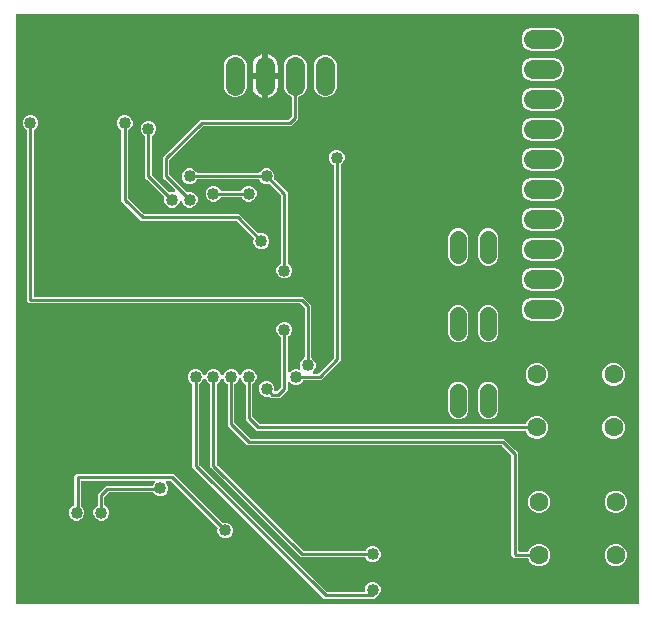
<source format=gbl>
G04 EAGLE Gerber RS-274X export*
G75*
%MOIN*%
%FSLAX36Y36*%
%LPD*%
%INBottom Copper Layer*%
%IPPOS*%
%AMOC8*
5,1,8,0,0,1.08239X$1,22.5*%
G01*
%ADD10C,0.064000*%
%ADD11C,0.062976*%
%ADD12C,0.056000*%
%ADD13C,0.040000*%
%ADD14C,0.010000*%

G36*
X2083102Y10059D02*
X2083102Y10059D01*
X2083569Y10088D01*
X2083721Y10137D01*
X2083880Y10157D01*
X2084315Y10329D01*
X2084761Y10474D01*
X2084896Y10559D01*
X2085045Y10618D01*
X2085423Y10892D01*
X2085819Y11143D01*
X2085929Y11260D01*
X2086058Y11354D01*
X2086357Y11714D01*
X2086678Y12055D01*
X2086755Y12195D01*
X2086857Y12318D01*
X2087056Y12742D01*
X2087283Y13151D01*
X2087323Y13306D01*
X2087391Y13451D01*
X2087479Y13910D01*
X2087596Y14364D01*
X2087612Y14602D01*
X2087627Y14681D01*
X2087622Y14762D01*
X2087637Y15000D01*
X2087637Y1972008D01*
X2087578Y1972472D01*
X2087550Y1972939D01*
X2087500Y1973092D01*
X2087480Y1973250D01*
X2087308Y1973685D01*
X2087164Y1974131D01*
X2087078Y1974266D01*
X2087019Y1974415D01*
X2086745Y1974793D01*
X2086494Y1975189D01*
X2086378Y1975299D01*
X2086284Y1975428D01*
X2085924Y1975727D01*
X2085583Y1976048D01*
X2085443Y1976125D01*
X2085319Y1976227D01*
X2084896Y1976427D01*
X2084486Y1976653D01*
X2084331Y1976693D01*
X2084187Y1976761D01*
X2083728Y1976849D01*
X2083274Y1976967D01*
X2083036Y1976982D01*
X2082957Y1976997D01*
X2082876Y1976992D01*
X2082638Y1977007D01*
X15000Y1977007D01*
X14536Y1976949D01*
X14069Y1976920D01*
X13916Y1976870D01*
X13757Y1976850D01*
X13323Y1976678D01*
X12877Y1976534D01*
X12742Y1976448D01*
X12593Y1976390D01*
X12215Y1976115D01*
X11819Y1975865D01*
X11709Y1975748D01*
X11579Y1975654D01*
X11281Y1975294D01*
X10960Y1974953D01*
X10883Y1974813D01*
X10781Y1974689D01*
X10581Y1974266D01*
X10355Y1973856D01*
X10315Y1973701D01*
X10247Y1973557D01*
X10159Y1973098D01*
X10041Y1972644D01*
X10026Y1972406D01*
X10011Y1972327D01*
X10016Y1972246D01*
X10001Y1972008D01*
X10001Y15000D01*
X10059Y14536D01*
X10088Y14069D01*
X10137Y13916D01*
X10157Y13757D01*
X10329Y13323D01*
X10474Y12877D01*
X10559Y12742D01*
X10618Y12593D01*
X10892Y12215D01*
X11143Y11819D01*
X11260Y11709D01*
X11354Y11579D01*
X11714Y11281D01*
X12055Y10960D01*
X12195Y10883D01*
X12318Y10781D01*
X12742Y10581D01*
X13151Y10355D01*
X13306Y10315D01*
X13451Y10247D01*
X13910Y10159D01*
X14364Y10041D01*
X14602Y10026D01*
X14681Y10011D01*
X14762Y10016D01*
X15000Y10001D01*
X2082638Y10001D01*
X2083102Y10059D01*
G37*
%LPC*%
G36*
X1038750Y28369D02*
X1038750Y28369D01*
X599235Y467884D01*
X599235Y740790D01*
X599221Y740904D01*
X599230Y741019D01*
X599143Y741524D01*
X599079Y742032D01*
X599036Y742139D01*
X599017Y742253D01*
X598806Y742722D01*
X598618Y743197D01*
X598550Y743290D01*
X598503Y743395D01*
X598183Y743796D01*
X597882Y744210D01*
X597793Y744284D01*
X597721Y744374D01*
X597313Y744682D01*
X596918Y745009D01*
X596813Y745058D01*
X596721Y745128D01*
X596149Y745409D01*
X595508Y745674D01*
X588194Y752988D01*
X584235Y762545D01*
X584235Y772888D01*
X588194Y782445D01*
X595508Y789759D01*
X605064Y793717D01*
X615408Y793717D01*
X624964Y789759D01*
X632278Y782445D01*
X635145Y775524D01*
X635416Y775049D01*
X635672Y774565D01*
X635725Y774506D01*
X635765Y774436D01*
X636147Y774042D01*
X636514Y773638D01*
X636581Y773594D01*
X636637Y773537D01*
X637104Y773250D01*
X637560Y772950D01*
X637636Y772924D01*
X637704Y772882D01*
X638228Y772720D01*
X638744Y772543D01*
X638824Y772537D01*
X638901Y772513D01*
X639447Y772487D01*
X639993Y772443D01*
X640072Y772457D01*
X640152Y772453D01*
X640687Y772563D01*
X641227Y772657D01*
X641300Y772690D01*
X641378Y772706D01*
X641871Y772947D01*
X642369Y773171D01*
X642431Y773220D01*
X642504Y773256D01*
X642920Y773610D01*
X643348Y773952D01*
X643396Y774016D01*
X643457Y774068D01*
X643771Y774513D01*
X644101Y774952D01*
X644151Y775052D01*
X644178Y775092D01*
X644207Y775167D01*
X644382Y775524D01*
X647249Y782445D01*
X654563Y789759D01*
X664119Y793717D01*
X674463Y793717D01*
X684019Y789759D01*
X691334Y782445D01*
X694200Y775524D01*
X694471Y775049D01*
X694727Y774565D01*
X694781Y774506D01*
X694820Y774436D01*
X695202Y774042D01*
X695569Y773638D01*
X695636Y773594D01*
X695692Y773537D01*
X696159Y773250D01*
X696615Y772950D01*
X696691Y772924D01*
X696759Y772882D01*
X697283Y772720D01*
X697799Y772543D01*
X697879Y772537D01*
X697956Y772513D01*
X698503Y772487D01*
X699048Y772443D01*
X699127Y772457D01*
X699207Y772453D01*
X699742Y772563D01*
X700282Y772657D01*
X700355Y772690D01*
X700433Y772706D01*
X700926Y772947D01*
X701424Y773171D01*
X701486Y773220D01*
X701559Y773256D01*
X701975Y773610D01*
X702403Y773952D01*
X702451Y774016D01*
X702512Y774068D01*
X702826Y774513D01*
X703156Y774952D01*
X703206Y775052D01*
X703234Y775092D01*
X703262Y775167D01*
X703438Y775524D01*
X706304Y782445D01*
X713618Y789759D01*
X723175Y793717D01*
X733518Y793717D01*
X743074Y789759D01*
X750389Y782445D01*
X753255Y775524D01*
X753525Y775051D01*
X753782Y774565D01*
X753836Y774506D01*
X753876Y774436D01*
X754256Y774044D01*
X754624Y773638D01*
X754691Y773594D01*
X754747Y773537D01*
X755215Y773250D01*
X755670Y772950D01*
X755746Y772924D01*
X755815Y772882D01*
X756338Y772720D01*
X756855Y772543D01*
X756935Y772537D01*
X757011Y772513D01*
X757558Y772487D01*
X758103Y772443D01*
X758182Y772457D01*
X758262Y772453D01*
X758798Y772563D01*
X759337Y772657D01*
X759410Y772690D01*
X759489Y772706D01*
X759980Y772946D01*
X760479Y773171D01*
X760542Y773221D01*
X760614Y773256D01*
X761031Y773611D01*
X761458Y773952D01*
X761506Y774016D01*
X761567Y774068D01*
X761883Y774516D01*
X762212Y774952D01*
X762261Y775052D01*
X762289Y775092D01*
X762318Y775168D01*
X762493Y775524D01*
X765359Y782445D01*
X772673Y789759D01*
X782230Y793717D01*
X792573Y793717D01*
X802130Y789759D01*
X809444Y782445D01*
X813402Y772888D01*
X813402Y762545D01*
X809444Y752988D01*
X802130Y745674D01*
X801489Y745409D01*
X801388Y745352D01*
X801279Y745316D01*
X800845Y745042D01*
X800401Y744788D01*
X800318Y744708D01*
X800220Y744647D01*
X799869Y744273D01*
X799501Y743917D01*
X799441Y743819D01*
X799362Y743735D01*
X799114Y743287D01*
X798846Y742850D01*
X798812Y742739D01*
X798757Y742638D01*
X798628Y742142D01*
X798477Y741653D01*
X798472Y741538D01*
X798443Y741426D01*
X798402Y740790D01*
X798402Y636549D01*
X798451Y636163D01*
X798462Y635774D01*
X798529Y635544D01*
X798559Y635306D01*
X798702Y634945D01*
X798810Y634571D01*
X798932Y634365D01*
X799020Y634142D01*
X799248Y633827D01*
X799445Y633492D01*
X799708Y633194D01*
X799756Y633128D01*
X799793Y633097D01*
X799866Y633014D01*
X821203Y611677D01*
X821510Y611439D01*
X821793Y611173D01*
X822002Y611057D01*
X822192Y610910D01*
X822549Y610755D01*
X822889Y610568D01*
X823121Y610508D01*
X823341Y610412D01*
X823725Y610351D01*
X824101Y610254D01*
X824498Y610228D01*
X824578Y610216D01*
X824626Y610220D01*
X824738Y610213D01*
X1707883Y610213D01*
X1707997Y610228D01*
X1708112Y610219D01*
X1708616Y610306D01*
X1709125Y610370D01*
X1709232Y610412D01*
X1709346Y610432D01*
X1709813Y610642D01*
X1710290Y610831D01*
X1710383Y610899D01*
X1710488Y610946D01*
X1710888Y611265D01*
X1711303Y611567D01*
X1711377Y611655D01*
X1711467Y611727D01*
X1711775Y612136D01*
X1712102Y612531D01*
X1712151Y612635D01*
X1712220Y612727D01*
X1712501Y613299D01*
X1715462Y620448D01*
X1726008Y630994D01*
X1739787Y636701D01*
X1754701Y636701D01*
X1768480Y630994D01*
X1779026Y620448D01*
X1784733Y606670D01*
X1784733Y591756D01*
X1779026Y577977D01*
X1768480Y567431D01*
X1754701Y561724D01*
X1739787Y561724D01*
X1726008Y567431D01*
X1715462Y577977D01*
X1712501Y585126D01*
X1712444Y585226D01*
X1712409Y585335D01*
X1712135Y585768D01*
X1711881Y586214D01*
X1711801Y586296D01*
X1711739Y586394D01*
X1711367Y586745D01*
X1711010Y587113D01*
X1710911Y587174D01*
X1710828Y587252D01*
X1710380Y587499D01*
X1709942Y587768D01*
X1709832Y587802D01*
X1709731Y587858D01*
X1709234Y587986D01*
X1708745Y588137D01*
X1708631Y588142D01*
X1708519Y588171D01*
X1707883Y588212D01*
X813554Y588212D01*
X776401Y625365D01*
X776401Y740790D01*
X776386Y740904D01*
X776396Y741019D01*
X776308Y741524D01*
X776244Y742032D01*
X776202Y742139D01*
X776182Y742253D01*
X775971Y742722D01*
X775783Y743197D01*
X775716Y743290D01*
X775668Y743395D01*
X775348Y743796D01*
X775047Y744210D01*
X774959Y744284D01*
X774887Y744374D01*
X774478Y744682D01*
X774083Y745009D01*
X773979Y745058D01*
X773887Y745128D01*
X773314Y745409D01*
X772673Y745674D01*
X765359Y752988D01*
X762493Y759909D01*
X762222Y760384D01*
X761966Y760868D01*
X761912Y760927D01*
X761872Y760997D01*
X761491Y761391D01*
X761124Y761795D01*
X761057Y761839D01*
X761001Y761896D01*
X760533Y762183D01*
X760078Y762483D01*
X760002Y762509D01*
X759934Y762551D01*
X759410Y762712D01*
X758893Y762890D01*
X758813Y762896D01*
X758737Y762920D01*
X758190Y762946D01*
X757645Y762990D01*
X757566Y762976D01*
X757486Y762980D01*
X756950Y762869D01*
X756411Y762776D01*
X756338Y762743D01*
X756259Y762727D01*
X755767Y762486D01*
X755269Y762262D01*
X755206Y762213D01*
X755134Y762177D01*
X754718Y761823D01*
X754290Y761481D01*
X754242Y761417D01*
X754181Y761365D01*
X753867Y760920D01*
X753536Y760481D01*
X753487Y760381D01*
X753459Y760341D01*
X753430Y760266D01*
X753255Y759909D01*
X750389Y752988D01*
X743075Y745674D01*
X742433Y745409D01*
X742333Y745352D01*
X742224Y745316D01*
X741790Y745042D01*
X741345Y744788D01*
X741263Y744708D01*
X741165Y744647D01*
X740814Y744273D01*
X740446Y743917D01*
X740385Y743819D01*
X740307Y743735D01*
X740059Y743287D01*
X739791Y742850D01*
X739757Y742739D01*
X739701Y742638D01*
X739573Y742142D01*
X739422Y741653D01*
X739417Y741538D01*
X739388Y741426D01*
X739347Y740790D01*
X739347Y616864D01*
X739396Y616478D01*
X739407Y616089D01*
X739474Y615859D01*
X739504Y615621D01*
X739647Y615260D01*
X739755Y614886D01*
X739876Y614680D01*
X739965Y614457D01*
X740193Y614142D01*
X740390Y613807D01*
X740653Y613509D01*
X740700Y613443D01*
X740738Y613412D01*
X740811Y613328D01*
X790494Y563646D01*
X790801Y563407D01*
X791084Y563141D01*
X791294Y563025D01*
X791483Y562878D01*
X791840Y562724D01*
X792180Y562536D01*
X792413Y562476D01*
X792633Y562381D01*
X793016Y562320D01*
X793393Y562222D01*
X793789Y562197D01*
X793869Y562184D01*
X793918Y562189D01*
X794029Y562182D01*
X1638415Y562182D01*
X1676320Y524276D01*
X1676321Y524275D01*
X1684229Y516367D01*
X1684229Y190016D01*
X1684288Y189551D01*
X1684316Y189084D01*
X1684366Y188932D01*
X1684386Y188773D01*
X1684558Y188338D01*
X1684702Y187893D01*
X1684788Y187757D01*
X1684847Y187609D01*
X1685121Y187231D01*
X1685372Y186835D01*
X1685488Y186725D01*
X1685582Y186595D01*
X1685942Y186297D01*
X1686283Y185976D01*
X1686423Y185898D01*
X1686547Y185796D01*
X1686970Y185597D01*
X1687380Y185371D01*
X1687535Y185331D01*
X1687680Y185262D01*
X1688138Y185174D01*
X1688592Y185057D01*
X1688830Y185042D01*
X1688909Y185027D01*
X1688990Y185032D01*
X1689228Y185016D01*
X1715363Y185016D01*
X1715477Y185031D01*
X1715592Y185022D01*
X1716097Y185109D01*
X1716605Y185173D01*
X1716712Y185216D01*
X1716826Y185235D01*
X1717293Y185445D01*
X1717770Y185634D01*
X1717863Y185702D01*
X1717968Y185749D01*
X1718368Y186068D01*
X1718783Y186370D01*
X1718857Y186459D01*
X1718947Y186530D01*
X1719255Y186939D01*
X1719582Y187334D01*
X1719631Y187438D01*
X1719701Y187530D01*
X1719982Y188102D01*
X1722943Y195251D01*
X1733489Y205797D01*
X1747267Y211505D01*
X1762181Y211505D01*
X1775960Y205797D01*
X1786506Y195251D01*
X1792213Y181473D01*
X1792213Y166559D01*
X1786506Y152780D01*
X1775960Y142234D01*
X1762181Y136527D01*
X1747267Y136527D01*
X1733489Y142234D01*
X1722943Y152780D01*
X1719982Y159929D01*
X1719925Y160029D01*
X1719889Y160139D01*
X1719615Y160572D01*
X1719361Y161017D01*
X1719281Y161099D01*
X1719220Y161197D01*
X1718847Y161548D01*
X1718490Y161916D01*
X1718392Y161977D01*
X1718308Y162055D01*
X1717861Y162302D01*
X1717422Y162571D01*
X1717312Y162605D01*
X1717211Y162661D01*
X1716715Y162789D01*
X1716226Y162940D01*
X1716111Y162945D01*
X1715999Y162974D01*
X1715363Y163015D01*
X1671821Y163015D01*
X1662228Y172609D01*
X1662228Y505184D01*
X1662179Y505569D01*
X1662167Y505958D01*
X1662101Y506188D01*
X1662071Y506426D01*
X1661928Y506787D01*
X1661820Y507161D01*
X1661698Y507368D01*
X1661610Y507591D01*
X1661382Y507905D01*
X1661184Y508240D01*
X1660922Y508539D01*
X1660874Y508604D01*
X1660837Y508635D01*
X1660763Y508719D01*
X1630766Y538716D01*
X1630459Y538955D01*
X1630176Y539221D01*
X1629966Y539337D01*
X1629776Y539484D01*
X1629420Y539638D01*
X1629079Y539826D01*
X1628847Y539886D01*
X1628627Y539981D01*
X1628244Y540042D01*
X1627867Y540140D01*
X1627470Y540165D01*
X1627390Y540178D01*
X1627342Y540173D01*
X1627231Y540180D01*
X782845Y540180D01*
X717346Y605680D01*
X717346Y740790D01*
X717331Y740904D01*
X717340Y741019D01*
X717253Y741524D01*
X717189Y742032D01*
X717147Y742139D01*
X717127Y742253D01*
X716916Y742722D01*
X716728Y743197D01*
X716661Y743290D01*
X716613Y743395D01*
X716293Y743796D01*
X715992Y744210D01*
X715903Y744284D01*
X715832Y744374D01*
X715423Y744682D01*
X715028Y745009D01*
X714924Y745058D01*
X714832Y745128D01*
X714259Y745409D01*
X713618Y745674D01*
X706304Y752988D01*
X703438Y759909D01*
X703168Y760382D01*
X702911Y760868D01*
X702857Y760927D01*
X702817Y760997D01*
X702437Y761389D01*
X702069Y761795D01*
X702002Y761839D01*
X701946Y761896D01*
X701478Y762183D01*
X701022Y762483D01*
X700947Y762509D01*
X700878Y762551D01*
X700355Y762712D01*
X699838Y762890D01*
X699758Y762896D01*
X699681Y762920D01*
X699135Y762946D01*
X698590Y762990D01*
X698511Y762976D01*
X698431Y762980D01*
X697895Y762869D01*
X697356Y762776D01*
X697282Y762743D01*
X697204Y762727D01*
X696713Y762487D01*
X696213Y762262D01*
X696151Y762212D01*
X696079Y762177D01*
X695662Y761822D01*
X695235Y761481D01*
X695187Y761417D01*
X695125Y761365D01*
X694810Y760917D01*
X694481Y760481D01*
X694432Y760381D01*
X694404Y760341D01*
X694375Y760265D01*
X694200Y759909D01*
X691334Y752988D01*
X684019Y745674D01*
X683378Y745409D01*
X683278Y745352D01*
X683168Y745316D01*
X682735Y745042D01*
X682290Y744788D01*
X682208Y744708D01*
X682110Y744647D01*
X681759Y744273D01*
X681391Y743917D01*
X681330Y743819D01*
X681251Y743735D01*
X681004Y743287D01*
X680736Y742850D01*
X680702Y742739D01*
X680646Y742638D01*
X680518Y742142D01*
X680367Y741653D01*
X680361Y741538D01*
X680333Y741426D01*
X680292Y740790D01*
X680292Y479068D01*
X680341Y478683D01*
X680352Y478294D01*
X680419Y478064D01*
X680449Y477826D01*
X680592Y477465D01*
X680700Y477091D01*
X680821Y476884D01*
X680910Y476661D01*
X681138Y476347D01*
X681335Y476012D01*
X681598Y475713D01*
X681645Y475648D01*
X681682Y475617D01*
X681756Y475533D01*
X967659Y189630D01*
X967967Y189392D01*
X968249Y189125D01*
X968459Y189010D01*
X968649Y188863D01*
X969006Y188708D01*
X969346Y188520D01*
X969578Y188460D01*
X969798Y188365D01*
X970181Y188304D01*
X970558Y188207D01*
X970955Y188181D01*
X971035Y188169D01*
X971083Y188173D01*
X971194Y188166D01*
X1173861Y188166D01*
X1173975Y188180D01*
X1174090Y188171D01*
X1174595Y188259D01*
X1175103Y188323D01*
X1175210Y188365D01*
X1175324Y188385D01*
X1175793Y188596D01*
X1176268Y188784D01*
X1176361Y188851D01*
X1176466Y188898D01*
X1176867Y189219D01*
X1177281Y189519D01*
X1177355Y189608D01*
X1177445Y189680D01*
X1177753Y190089D01*
X1178080Y190484D01*
X1178129Y190588D01*
X1178199Y190680D01*
X1178480Y191252D01*
X1178745Y191893D01*
X1186059Y199208D01*
X1195616Y203166D01*
X1205959Y203166D01*
X1215515Y199208D01*
X1222830Y191893D01*
X1226788Y182337D01*
X1226788Y171993D01*
X1222830Y162437D01*
X1215515Y155123D01*
X1205959Y151165D01*
X1195616Y151165D01*
X1186059Y155123D01*
X1178745Y162437D01*
X1178480Y163078D01*
X1178422Y163179D01*
X1178387Y163288D01*
X1178112Y163722D01*
X1177859Y164166D01*
X1177779Y164249D01*
X1177717Y164346D01*
X1177344Y164698D01*
X1176988Y165066D01*
X1176890Y165126D01*
X1176806Y165205D01*
X1176358Y165453D01*
X1175920Y165721D01*
X1175810Y165755D01*
X1175709Y165810D01*
X1175213Y165939D01*
X1174724Y166090D01*
X1174609Y166095D01*
X1174497Y166124D01*
X1173861Y166165D01*
X960010Y166165D01*
X658291Y467884D01*
X658291Y740790D01*
X658276Y740904D01*
X658285Y741019D01*
X658198Y741524D01*
X658134Y742032D01*
X658091Y742139D01*
X658072Y742253D01*
X657861Y742722D01*
X657673Y743197D01*
X657606Y743290D01*
X657558Y743395D01*
X657238Y743796D01*
X656937Y744210D01*
X656848Y744284D01*
X656777Y744374D01*
X656368Y744682D01*
X655973Y745009D01*
X655869Y745058D01*
X655776Y745128D01*
X655204Y745409D01*
X654563Y745674D01*
X647249Y752988D01*
X644382Y759909D01*
X644112Y760382D01*
X643856Y760868D01*
X643801Y760927D01*
X643762Y760997D01*
X643382Y761389D01*
X643013Y761795D01*
X642947Y761839D01*
X642891Y761896D01*
X642423Y762183D01*
X641967Y762483D01*
X641892Y762509D01*
X641823Y762551D01*
X641300Y762712D01*
X640783Y762890D01*
X640703Y762896D01*
X640626Y762920D01*
X640080Y762946D01*
X639535Y762990D01*
X639456Y762976D01*
X639375Y762980D01*
X638840Y762869D01*
X638301Y762776D01*
X638227Y762743D01*
X638149Y762727D01*
X637657Y762487D01*
X637158Y762262D01*
X637096Y762212D01*
X637024Y762177D01*
X636607Y761822D01*
X636180Y761481D01*
X636132Y761417D01*
X636070Y761365D01*
X635754Y760917D01*
X635426Y760481D01*
X635377Y760381D01*
X635349Y760341D01*
X635320Y760265D01*
X635145Y759909D01*
X632278Y752988D01*
X624964Y745674D01*
X624323Y745409D01*
X624223Y745352D01*
X624113Y745316D01*
X623680Y745042D01*
X623235Y744788D01*
X623153Y744708D01*
X623055Y744647D01*
X622703Y744273D01*
X622336Y743917D01*
X622275Y743819D01*
X622196Y743735D01*
X621949Y743287D01*
X621681Y742850D01*
X621647Y742739D01*
X621591Y742638D01*
X621463Y742142D01*
X621312Y741653D01*
X621306Y741538D01*
X621277Y741426D01*
X621237Y740790D01*
X621237Y479068D01*
X621286Y478683D01*
X621297Y478294D01*
X621364Y478064D01*
X621394Y477826D01*
X621537Y477465D01*
X621644Y477091D01*
X621766Y476884D01*
X621854Y476661D01*
X622083Y476347D01*
X622280Y476012D01*
X622543Y475713D01*
X622590Y475648D01*
X622627Y475617D01*
X622701Y475533D01*
X1046399Y51835D01*
X1046707Y51596D01*
X1046989Y51330D01*
X1047199Y51214D01*
X1047389Y51067D01*
X1047746Y50913D01*
X1048086Y50725D01*
X1048318Y50665D01*
X1048538Y50570D01*
X1048922Y50509D01*
X1049298Y50411D01*
X1049695Y50386D01*
X1049775Y50373D01*
X1049823Y50378D01*
X1049934Y50371D01*
X1169787Y50371D01*
X1170252Y50429D01*
X1170719Y50458D01*
X1170871Y50508D01*
X1171030Y50528D01*
X1171465Y50700D01*
X1171910Y50844D01*
X1172046Y50930D01*
X1172194Y50988D01*
X1172572Y51263D01*
X1172969Y51513D01*
X1173078Y51630D01*
X1173208Y51724D01*
X1173506Y52084D01*
X1173827Y52425D01*
X1173905Y52565D01*
X1174007Y52688D01*
X1174206Y53112D01*
X1174432Y53521D01*
X1174472Y53676D01*
X1174541Y53821D01*
X1174629Y54280D01*
X1174746Y54734D01*
X1174761Y54972D01*
X1174776Y55051D01*
X1174771Y55132D01*
X1174787Y55370D01*
X1174787Y64227D01*
X1178745Y73783D01*
X1186059Y81097D01*
X1195616Y85056D01*
X1205959Y85056D01*
X1215515Y81097D01*
X1222830Y73783D01*
X1226788Y64227D01*
X1226788Y53883D01*
X1222830Y44327D01*
X1215515Y37013D01*
X1213826Y36313D01*
X1213795Y36295D01*
X1213761Y36286D01*
X1213250Y35985D01*
X1212738Y35692D01*
X1212713Y35668D01*
X1212682Y35650D01*
X1212204Y35229D01*
X1205344Y28369D01*
X1038750Y28369D01*
G37*
%LPD*%
%LPC*%
G36*
X861585Y697661D02*
X861585Y697661D01*
X857718Y701528D01*
X857627Y701598D01*
X857552Y701686D01*
X857134Y701981D01*
X856729Y702295D01*
X856623Y702341D01*
X856529Y702408D01*
X856050Y702589D01*
X855579Y702793D01*
X855465Y702811D01*
X855358Y702852D01*
X854849Y702909D01*
X854343Y702989D01*
X854228Y702979D01*
X854113Y702992D01*
X853606Y702920D01*
X853096Y702872D01*
X852987Y702833D01*
X852873Y702817D01*
X852270Y702611D01*
X851628Y702346D01*
X841285Y702346D01*
X831729Y706304D01*
X824414Y713618D01*
X820456Y723175D01*
X820456Y733518D01*
X824414Y743074D01*
X831729Y750389D01*
X841285Y754347D01*
X851628Y754347D01*
X861185Y750389D01*
X868499Y743074D01*
X872457Y733518D01*
X872457Y724661D01*
X872516Y724197D01*
X872545Y723730D01*
X872594Y723578D01*
X872614Y723419D01*
X872786Y722984D01*
X872930Y722539D01*
X873016Y722403D01*
X873075Y722254D01*
X873349Y721876D01*
X873600Y721480D01*
X873717Y721370D01*
X873811Y721241D01*
X874171Y720943D01*
X874512Y720622D01*
X874652Y720544D01*
X874775Y720442D01*
X875198Y720243D01*
X875608Y720016D01*
X875763Y719976D01*
X875908Y719908D01*
X876367Y719820D01*
X876820Y719703D01*
X877059Y719687D01*
X877138Y719672D01*
X877219Y719677D01*
X877457Y719662D01*
X879199Y719662D01*
X879585Y719711D01*
X879973Y719722D01*
X880204Y719789D01*
X880442Y719819D01*
X880803Y719962D01*
X881177Y720070D01*
X881383Y720191D01*
X881606Y720280D01*
X881921Y720508D01*
X882256Y720705D01*
X882554Y720968D01*
X882620Y721015D01*
X882651Y721053D01*
X882734Y721126D01*
X893047Y731439D01*
X893285Y731746D01*
X893552Y732029D01*
X893667Y732239D01*
X893814Y732428D01*
X893969Y732785D01*
X894157Y733125D01*
X894217Y733357D01*
X894312Y733578D01*
X894373Y733961D01*
X894470Y734338D01*
X894496Y734734D01*
X894508Y734814D01*
X894504Y734862D01*
X894511Y734974D01*
X894511Y898270D01*
X894497Y898385D01*
X894506Y898499D01*
X894418Y899004D01*
X894354Y899513D01*
X894312Y899620D01*
X894292Y899733D01*
X894081Y900202D01*
X893893Y900677D01*
X893826Y900770D01*
X893779Y900876D01*
X893458Y901277D01*
X893158Y901691D01*
X893069Y901764D01*
X892997Y901854D01*
X892588Y902162D01*
X892193Y902489D01*
X892089Y902539D01*
X891997Y902608D01*
X891425Y902889D01*
X890784Y903155D01*
X883469Y910469D01*
X879511Y920025D01*
X879511Y930369D01*
X883469Y939925D01*
X890784Y947239D01*
X900340Y951197D01*
X910684Y951197D01*
X920240Y947239D01*
X927554Y939925D01*
X931512Y930369D01*
X931512Y920025D01*
X927554Y910469D01*
X920240Y903155D01*
X919599Y902889D01*
X919499Y902832D01*
X919389Y902796D01*
X918955Y902522D01*
X918511Y902269D01*
X918428Y902189D01*
X918331Y902127D01*
X917979Y901754D01*
X917611Y901397D01*
X917551Y901299D01*
X917472Y901215D01*
X917225Y900767D01*
X916956Y900330D01*
X916922Y900220D01*
X916867Y900119D01*
X916738Y899622D01*
X916587Y899133D01*
X916582Y899018D01*
X916553Y898906D01*
X916512Y898270D01*
X916512Y788187D01*
X916581Y787643D01*
X916632Y787099D01*
X916659Y787024D01*
X916669Y786944D01*
X916871Y786435D01*
X917055Y785921D01*
X917101Y785854D01*
X917130Y785780D01*
X917450Y785339D01*
X917758Y784884D01*
X917819Y784831D01*
X917866Y784766D01*
X918287Y784418D01*
X918697Y784055D01*
X918768Y784019D01*
X918830Y783968D01*
X919325Y783734D01*
X919812Y783485D01*
X919890Y783468D01*
X919963Y783433D01*
X920500Y783330D01*
X921034Y783210D01*
X921114Y783213D01*
X921193Y783198D01*
X921738Y783231D01*
X922286Y783248D01*
X922363Y783270D01*
X922443Y783275D01*
X922965Y783444D01*
X923489Y783595D01*
X923558Y783636D01*
X923634Y783661D01*
X924098Y783954D01*
X924568Y784231D01*
X924651Y784304D01*
X924693Y784330D01*
X924749Y784390D01*
X925047Y784652D01*
X930154Y789759D01*
X939710Y793717D01*
X950054Y793717D01*
X952897Y792539D01*
X953424Y792395D01*
X953948Y792234D01*
X954028Y792230D01*
X954105Y792209D01*
X954652Y792200D01*
X955199Y792174D01*
X955277Y792190D01*
X955357Y792189D01*
X955889Y792316D01*
X956425Y792427D01*
X956497Y792462D01*
X956575Y792480D01*
X957059Y792736D01*
X957550Y792976D01*
X957611Y793028D01*
X957682Y793066D01*
X958088Y793434D01*
X958504Y793789D01*
X958550Y793854D01*
X958609Y793908D01*
X958910Y794365D01*
X959225Y794812D01*
X959254Y794887D01*
X959298Y794954D01*
X959475Y795470D01*
X959670Y795983D01*
X959679Y796063D01*
X959705Y796138D01*
X959748Y796683D01*
X959809Y797227D01*
X959798Y797307D01*
X959804Y797387D01*
X959711Y797923D01*
X959635Y798468D01*
X959599Y798573D01*
X959591Y798621D01*
X959558Y798694D01*
X959429Y799071D01*
X958251Y801915D01*
X958251Y812258D01*
X962210Y821815D01*
X969524Y829129D01*
X970165Y829394D01*
X970265Y829452D01*
X970375Y829487D01*
X970809Y829761D01*
X971253Y830015D01*
X971335Y830095D01*
X971433Y830156D01*
X971785Y830530D01*
X972152Y830886D01*
X972213Y830984D01*
X972292Y831068D01*
X972539Y831516D01*
X972807Y831953D01*
X972841Y832064D01*
X972897Y832165D01*
X973025Y832661D01*
X973176Y833150D01*
X973182Y833265D01*
X973211Y833377D01*
X973251Y834013D01*
X973251Y997310D01*
X973203Y997695D01*
X973191Y998084D01*
X973124Y998314D01*
X973094Y998552D01*
X972952Y998913D01*
X972844Y999287D01*
X972722Y999494D01*
X972634Y999717D01*
X972405Y1000031D01*
X972208Y1000366D01*
X971945Y1000664D01*
X971898Y1000730D01*
X971861Y1000761D01*
X971787Y1000845D01*
X961475Y1011157D01*
X961167Y1011396D01*
X960884Y1011662D01*
X960675Y1011778D01*
X960485Y1011925D01*
X960128Y1012079D01*
X959788Y1012267D01*
X959556Y1012327D01*
X959336Y1012422D01*
X958952Y1012483D01*
X958576Y1012581D01*
X958179Y1012606D01*
X958099Y1012619D01*
X958051Y1012614D01*
X957939Y1012621D01*
X54499Y1012621D01*
X48054Y1019065D01*
X48054Y1587247D01*
X48040Y1587361D01*
X48049Y1587476D01*
X47962Y1587981D01*
X47898Y1588489D01*
X47855Y1588596D01*
X47836Y1588710D01*
X47625Y1589179D01*
X47437Y1589654D01*
X47369Y1589746D01*
X47322Y1589852D01*
X47002Y1590253D01*
X46701Y1590667D01*
X46612Y1590741D01*
X46540Y1590831D01*
X46132Y1591139D01*
X45737Y1591466D01*
X45632Y1591515D01*
X45540Y1591584D01*
X44968Y1591865D01*
X44327Y1592131D01*
X37013Y1599445D01*
X33054Y1609001D01*
X33054Y1619345D01*
X37013Y1628901D01*
X44327Y1636216D01*
X53883Y1640174D01*
X64227Y1640174D01*
X73783Y1636216D01*
X81097Y1628901D01*
X85056Y1619345D01*
X85056Y1609001D01*
X81097Y1599445D01*
X73783Y1592131D01*
X73142Y1591865D01*
X73042Y1591808D01*
X72932Y1591773D01*
X72498Y1591498D01*
X72054Y1591245D01*
X71972Y1591165D01*
X71874Y1591103D01*
X71522Y1590730D01*
X71155Y1590374D01*
X71094Y1590275D01*
X71015Y1590192D01*
X70768Y1589743D01*
X70500Y1589306D01*
X70466Y1589196D01*
X70410Y1589095D01*
X70282Y1588599D01*
X70131Y1588109D01*
X70125Y1587995D01*
X70096Y1587883D01*
X70056Y1587247D01*
X70056Y1039622D01*
X70114Y1039158D01*
X70143Y1038691D01*
X70193Y1038538D01*
X70213Y1038379D01*
X70385Y1037945D01*
X70529Y1037499D01*
X70615Y1037364D01*
X70673Y1037215D01*
X70948Y1036837D01*
X71198Y1036441D01*
X71315Y1036331D01*
X71409Y1036201D01*
X71769Y1035903D01*
X72110Y1035582D01*
X72250Y1035505D01*
X72374Y1035403D01*
X72797Y1035203D01*
X73206Y1034977D01*
X73361Y1034937D01*
X73506Y1034869D01*
X73965Y1034781D01*
X74419Y1034663D01*
X74657Y1034648D01*
X74736Y1034633D01*
X74817Y1034638D01*
X75055Y1034623D01*
X969123Y1034623D01*
X995253Y1008493D01*
X995253Y834013D01*
X995267Y833899D01*
X995258Y833784D01*
X995345Y833279D01*
X995409Y832771D01*
X995452Y832664D01*
X995471Y832550D01*
X995682Y832081D01*
X995870Y831606D01*
X995938Y831513D01*
X995985Y831408D01*
X996305Y831007D01*
X996606Y830593D01*
X996695Y830519D01*
X996767Y830429D01*
X997175Y830121D01*
X997570Y829794D01*
X997675Y829745D01*
X997767Y829675D01*
X998339Y829394D01*
X998980Y829129D01*
X1006294Y821815D01*
X1010253Y812258D01*
X1010253Y801915D01*
X1006294Y792358D01*
X1001187Y787251D01*
X1000852Y786819D01*
X1000503Y786398D01*
X1000469Y786325D01*
X1000420Y786262D01*
X1000202Y785759D01*
X999969Y785265D01*
X999954Y785187D01*
X999922Y785113D01*
X999836Y784572D01*
X999733Y784035D01*
X999738Y783955D01*
X999726Y783876D01*
X999777Y783332D01*
X999810Y782785D01*
X999835Y782709D01*
X999843Y782629D01*
X1000027Y782115D01*
X1000196Y781594D01*
X1000239Y781526D01*
X1000266Y781450D01*
X1000572Y780999D01*
X1000866Y780535D01*
X1000924Y780480D01*
X1000969Y780414D01*
X1001379Y780052D01*
X1001777Y779677D01*
X1001847Y779638D01*
X1001907Y779585D01*
X1002397Y779335D01*
X1002874Y779071D01*
X1002951Y779051D01*
X1003023Y779015D01*
X1003556Y778895D01*
X1004086Y778758D01*
X1004197Y778751D01*
X1004244Y778740D01*
X1004326Y778742D01*
X1004722Y778717D01*
X1016995Y778717D01*
X1017380Y778766D01*
X1017769Y778777D01*
X1017999Y778844D01*
X1018237Y778874D01*
X1018598Y779017D01*
X1018972Y779125D01*
X1019179Y779247D01*
X1019402Y779335D01*
X1019716Y779563D01*
X1020051Y779760D01*
X1020350Y780023D01*
X1020415Y780070D01*
X1020446Y780108D01*
X1020530Y780181D01*
X1070212Y829864D01*
X1070451Y830171D01*
X1070717Y830454D01*
X1070833Y830664D01*
X1070980Y830853D01*
X1071134Y831210D01*
X1071322Y831550D01*
X1071382Y831783D01*
X1071477Y832003D01*
X1071538Y832386D01*
X1071636Y832763D01*
X1071661Y833160D01*
X1071674Y833240D01*
X1071669Y833288D01*
X1071676Y833399D01*
X1071676Y1470446D01*
X1071662Y1470560D01*
X1071671Y1470675D01*
X1071584Y1471180D01*
X1071520Y1471688D01*
X1071477Y1471795D01*
X1071458Y1471909D01*
X1071247Y1472377D01*
X1071059Y1472853D01*
X1070991Y1472946D01*
X1070944Y1473051D01*
X1070624Y1473452D01*
X1070323Y1473866D01*
X1070234Y1473940D01*
X1070163Y1474030D01*
X1069754Y1474338D01*
X1069359Y1474665D01*
X1069254Y1474714D01*
X1069162Y1474783D01*
X1068590Y1475064D01*
X1065714Y1476256D01*
X1058399Y1483570D01*
X1054441Y1493126D01*
X1054441Y1503470D01*
X1058399Y1513026D01*
X1065714Y1520341D01*
X1075270Y1524299D01*
X1085614Y1524299D01*
X1095170Y1520341D01*
X1102484Y1513026D01*
X1106442Y1503470D01*
X1106442Y1493126D01*
X1102484Y1483570D01*
X1095142Y1476228D01*
X1094904Y1475921D01*
X1094637Y1475638D01*
X1094521Y1475428D01*
X1094374Y1475239D01*
X1094220Y1474882D01*
X1094032Y1474542D01*
X1093972Y1474309D01*
X1093877Y1474089D01*
X1093816Y1473706D01*
X1093718Y1473329D01*
X1093693Y1472932D01*
X1093680Y1472852D01*
X1093685Y1472804D01*
X1093678Y1472693D01*
X1093678Y822215D01*
X1028179Y756716D01*
X971808Y756716D01*
X971694Y756701D01*
X971579Y756711D01*
X971074Y756623D01*
X970566Y756559D01*
X970459Y756517D01*
X970345Y756497D01*
X969876Y756286D01*
X969401Y756098D01*
X969309Y756031D01*
X969203Y755983D01*
X968802Y755663D01*
X968388Y755362D01*
X968314Y755273D01*
X968224Y755202D01*
X967916Y754793D01*
X967589Y754398D01*
X967540Y754294D01*
X967471Y754202D01*
X967190Y753629D01*
X966924Y752988D01*
X959610Y745674D01*
X950054Y741716D01*
X939710Y741716D01*
X930154Y745674D01*
X925047Y750781D01*
X924615Y751116D01*
X924193Y751465D01*
X924121Y751500D01*
X924057Y751549D01*
X923554Y751767D01*
X923060Y752000D01*
X922982Y752015D01*
X922908Y752047D01*
X922367Y752132D01*
X921830Y752235D01*
X921750Y752230D01*
X921671Y752243D01*
X921127Y752192D01*
X920580Y752158D01*
X920504Y752133D01*
X920424Y752126D01*
X919911Y751941D01*
X919389Y751772D01*
X919321Y751729D01*
X919246Y751702D01*
X918795Y751396D01*
X918331Y751103D01*
X918275Y751044D01*
X918209Y750999D01*
X917847Y750590D01*
X917472Y750191D01*
X917433Y750121D01*
X917380Y750061D01*
X917130Y749572D01*
X916867Y749095D01*
X916847Y749017D01*
X916810Y748946D01*
X916690Y748412D01*
X916553Y747882D01*
X916546Y747771D01*
X916535Y747724D01*
X916538Y747643D01*
X916512Y747246D01*
X916512Y723790D01*
X890383Y697661D01*
X861585Y697661D01*
G37*
%LPD*%
%LPC*%
G36*
X526324Y1332267D02*
X526324Y1332267D01*
X516768Y1336225D01*
X509454Y1343540D01*
X505495Y1353096D01*
X505495Y1363439D01*
X505761Y1364081D01*
X505792Y1364192D01*
X505844Y1364295D01*
X505956Y1364793D01*
X506092Y1365289D01*
X506094Y1365404D01*
X506119Y1365516D01*
X506103Y1366028D01*
X506112Y1366541D01*
X506085Y1366653D01*
X506081Y1366768D01*
X505939Y1367261D01*
X505820Y1367759D01*
X505766Y1367861D01*
X505734Y1367971D01*
X505474Y1368414D01*
X505234Y1368866D01*
X505157Y1368951D01*
X505098Y1369051D01*
X504677Y1369529D01*
X449664Y1424543D01*
X441755Y1432451D01*
X441755Y1567562D01*
X441741Y1567676D01*
X441750Y1567791D01*
X441663Y1568296D01*
X441598Y1568804D01*
X441556Y1568911D01*
X441536Y1569025D01*
X441326Y1569493D01*
X441138Y1569969D01*
X441070Y1570061D01*
X441023Y1570167D01*
X440702Y1570568D01*
X440402Y1570982D01*
X440313Y1571056D01*
X440241Y1571146D01*
X439832Y1571454D01*
X439437Y1571781D01*
X439333Y1571830D01*
X439241Y1571899D01*
X438669Y1572180D01*
X438028Y1572446D01*
X430713Y1579760D01*
X426755Y1589316D01*
X426755Y1599660D01*
X430713Y1609216D01*
X438028Y1616531D01*
X447584Y1620489D01*
X457928Y1620489D01*
X467484Y1616531D01*
X474798Y1609216D01*
X478757Y1599660D01*
X478757Y1589316D01*
X474798Y1579760D01*
X467484Y1572446D01*
X466843Y1572180D01*
X466743Y1572123D01*
X466633Y1572088D01*
X466199Y1571813D01*
X465755Y1571560D01*
X465672Y1571480D01*
X465575Y1571418D01*
X465223Y1571045D01*
X464855Y1570689D01*
X464795Y1570590D01*
X464716Y1570507D01*
X464469Y1570058D01*
X464201Y1569621D01*
X464167Y1569511D01*
X464111Y1569410D01*
X463982Y1568914D01*
X463832Y1568424D01*
X463826Y1568310D01*
X463797Y1568198D01*
X463757Y1567562D01*
X463757Y1443635D01*
X463805Y1443250D01*
X463817Y1442861D01*
X463883Y1442631D01*
X463913Y1442393D01*
X464056Y1442032D01*
X464164Y1441658D01*
X464286Y1441451D01*
X464374Y1441228D01*
X464602Y1440914D01*
X464800Y1440579D01*
X465062Y1440280D01*
X465110Y1440215D01*
X465147Y1440184D01*
X465221Y1440100D01*
X520234Y1385086D01*
X520326Y1385015D01*
X520400Y1384928D01*
X520818Y1384633D01*
X521224Y1384319D01*
X521330Y1384273D01*
X521424Y1384206D01*
X521903Y1384024D01*
X522373Y1383821D01*
X522487Y1383803D01*
X522595Y1383762D01*
X523104Y1383705D01*
X523610Y1383625D01*
X523725Y1383635D01*
X523839Y1383623D01*
X524347Y1383694D01*
X524857Y1383742D01*
X524965Y1383781D01*
X525079Y1383797D01*
X525683Y1384003D01*
X526324Y1384268D01*
X536924Y1384268D01*
X537468Y1384337D01*
X538011Y1384388D01*
X538087Y1384415D01*
X538166Y1384425D01*
X538675Y1384627D01*
X539190Y1384811D01*
X539256Y1384856D01*
X539331Y1384886D01*
X539774Y1385207D01*
X540226Y1385514D01*
X540280Y1385574D01*
X540344Y1385622D01*
X540693Y1386042D01*
X541056Y1386453D01*
X541092Y1386525D01*
X541143Y1386586D01*
X541376Y1387079D01*
X541625Y1387568D01*
X541643Y1387646D01*
X541677Y1387719D01*
X541780Y1388255D01*
X541900Y1388790D01*
X541898Y1388870D01*
X541913Y1388949D01*
X541879Y1389492D01*
X541863Y1390042D01*
X541841Y1390119D01*
X541836Y1390199D01*
X541667Y1390719D01*
X541516Y1391245D01*
X541475Y1391314D01*
X541450Y1391390D01*
X541157Y1391854D01*
X540880Y1392324D01*
X540807Y1392407D01*
X540781Y1392449D01*
X540721Y1392505D01*
X540459Y1392803D01*
X508719Y1424543D01*
X500810Y1432451D01*
X500810Y1500619D01*
X625365Y1625174D01*
X918569Y1625174D01*
X918955Y1625223D01*
X919344Y1625234D01*
X919574Y1625301D01*
X919812Y1625331D01*
X920173Y1625474D01*
X920547Y1625581D01*
X920753Y1625703D01*
X920976Y1625791D01*
X921291Y1626020D01*
X921626Y1626217D01*
X921924Y1626480D01*
X921990Y1626527D01*
X922021Y1626564D01*
X922104Y1626638D01*
X929267Y1633801D01*
X929506Y1634108D01*
X929772Y1634391D01*
X929888Y1634601D01*
X930035Y1634790D01*
X930189Y1635147D01*
X930377Y1635487D01*
X930437Y1635720D01*
X930533Y1635940D01*
X930594Y1636323D01*
X930691Y1636700D01*
X930716Y1637097D01*
X930729Y1637177D01*
X930724Y1637225D01*
X930732Y1637336D01*
X930732Y1698557D01*
X930717Y1698672D01*
X930726Y1698786D01*
X930639Y1699291D01*
X930575Y1699800D01*
X930532Y1699907D01*
X930513Y1700020D01*
X930302Y1700488D01*
X930114Y1700964D01*
X930046Y1701057D01*
X929999Y1701162D01*
X929679Y1701563D01*
X929378Y1701978D01*
X929289Y1702051D01*
X929218Y1702141D01*
X928809Y1702449D01*
X928414Y1702776D01*
X928310Y1702826D01*
X928218Y1702895D01*
X927645Y1703176D01*
X920207Y1706257D01*
X909517Y1716947D01*
X903732Y1730914D01*
X903732Y1810031D01*
X909517Y1823998D01*
X920207Y1834688D01*
X934173Y1840473D01*
X949291Y1840473D01*
X963258Y1834688D01*
X973948Y1823998D01*
X979733Y1810031D01*
X979733Y1730914D01*
X973948Y1716947D01*
X963258Y1706257D01*
X955819Y1703176D01*
X955719Y1703119D01*
X955609Y1703083D01*
X955176Y1702809D01*
X954731Y1702555D01*
X954648Y1702475D01*
X954551Y1702414D01*
X954199Y1702040D01*
X953832Y1701684D01*
X953772Y1701586D01*
X953692Y1701502D01*
X953445Y1701054D01*
X953177Y1700617D01*
X953143Y1700506D01*
X953087Y1700406D01*
X952959Y1699909D01*
X952808Y1699420D01*
X952802Y1699305D01*
X952773Y1699193D01*
X952733Y1698557D01*
X952733Y1626152D01*
X929753Y1603172D01*
X636549Y1603172D01*
X636163Y1603124D01*
X635774Y1603112D01*
X635544Y1603046D01*
X635306Y1603016D01*
X634945Y1602873D01*
X634571Y1602765D01*
X634365Y1602643D01*
X634142Y1602555D01*
X633827Y1602327D01*
X633492Y1602129D01*
X633194Y1601867D01*
X633128Y1601819D01*
X633097Y1601782D01*
X633014Y1601708D01*
X524276Y1492971D01*
X524037Y1492663D01*
X523771Y1492381D01*
X523655Y1492171D01*
X523508Y1491981D01*
X523354Y1491624D01*
X523166Y1491284D01*
X523106Y1491052D01*
X523011Y1490832D01*
X522950Y1490448D01*
X522852Y1490072D01*
X522827Y1489675D01*
X522814Y1489595D01*
X522819Y1489547D01*
X522812Y1489436D01*
X522812Y1443635D01*
X522860Y1443250D01*
X522872Y1442861D01*
X522938Y1442631D01*
X522969Y1442393D01*
X523111Y1442032D01*
X523219Y1441658D01*
X523341Y1441451D01*
X523429Y1441228D01*
X523657Y1440914D01*
X523855Y1440579D01*
X524117Y1440280D01*
X524165Y1440215D01*
X524202Y1440184D01*
X524276Y1440100D01*
X579290Y1385086D01*
X579381Y1385015D01*
X579455Y1384928D01*
X579873Y1384633D01*
X580279Y1384319D01*
X580385Y1384273D01*
X580479Y1384206D01*
X580958Y1384024D01*
X581428Y1383821D01*
X581542Y1383803D01*
X581650Y1383762D01*
X582159Y1383705D01*
X582665Y1383625D01*
X582780Y1383635D01*
X582894Y1383623D01*
X583402Y1383694D01*
X583912Y1383742D01*
X584021Y1383781D01*
X584135Y1383797D01*
X584738Y1384003D01*
X585379Y1384268D01*
X595723Y1384268D01*
X605279Y1380310D01*
X612594Y1372996D01*
X616552Y1363439D01*
X616552Y1353096D01*
X612594Y1343540D01*
X605279Y1336225D01*
X595723Y1332267D01*
X585379Y1332267D01*
X575823Y1336225D01*
X568509Y1343539D01*
X565642Y1350460D01*
X565371Y1350936D01*
X565116Y1351419D01*
X565062Y1351478D01*
X565022Y1351548D01*
X564641Y1351942D01*
X564273Y1352346D01*
X564207Y1352390D01*
X564151Y1352447D01*
X563683Y1352734D01*
X563227Y1353034D01*
X563152Y1353060D01*
X563083Y1353102D01*
X562559Y1353264D01*
X562043Y1353441D01*
X561963Y1353447D01*
X561886Y1353471D01*
X561340Y1353497D01*
X560795Y1353541D01*
X560716Y1353527D01*
X560635Y1353531D01*
X560100Y1353421D01*
X559561Y1353327D01*
X559487Y1353294D01*
X559409Y1353278D01*
X558916Y1353037D01*
X558418Y1352814D01*
X558356Y1352764D01*
X558284Y1352728D01*
X557868Y1352374D01*
X557440Y1352032D01*
X557391Y1351968D01*
X557330Y1351916D01*
X557017Y1351471D01*
X556686Y1351032D01*
X556637Y1350932D01*
X556609Y1350893D01*
X556580Y1350817D01*
X556405Y1350460D01*
X553538Y1343540D01*
X546224Y1336225D01*
X536668Y1332267D01*
X526324Y1332267D01*
G37*
%LPD*%
%LPC*%
G36*
X703490Y229905D02*
X703490Y229905D01*
X693933Y233863D01*
X686619Y241177D01*
X682661Y250734D01*
X682661Y261077D01*
X682926Y261719D01*
X682957Y261830D01*
X683009Y261932D01*
X683121Y262431D01*
X683257Y262927D01*
X683259Y263042D01*
X683284Y263154D01*
X683269Y263666D01*
X683277Y264179D01*
X683250Y264291D01*
X683247Y264406D01*
X683104Y264899D01*
X682985Y265397D01*
X682931Y265498D01*
X682899Y265609D01*
X682639Y266051D01*
X682400Y266504D01*
X682322Y266589D01*
X682264Y266688D01*
X681843Y267167D01*
X528404Y420606D01*
X528096Y420844D01*
X527814Y421111D01*
X527604Y421227D01*
X527414Y421374D01*
X527057Y421528D01*
X526717Y421716D01*
X526485Y421776D01*
X526265Y421871D01*
X525882Y421932D01*
X525505Y422030D01*
X525108Y422055D01*
X525028Y422068D01*
X524980Y422063D01*
X524869Y422070D01*
X515447Y422070D01*
X514903Y422002D01*
X514359Y421950D01*
X514284Y421923D01*
X514204Y421913D01*
X513696Y421712D01*
X513180Y421527D01*
X513114Y421482D01*
X513040Y421453D01*
X512597Y421131D01*
X512144Y420824D01*
X512091Y420764D01*
X512026Y420717D01*
X511676Y420294D01*
X511315Y419885D01*
X511278Y419814D01*
X511227Y419752D01*
X510994Y419258D01*
X510745Y418770D01*
X510727Y418692D01*
X510693Y418620D01*
X510590Y418082D01*
X510470Y417548D01*
X510473Y417468D01*
X510458Y417390D01*
X510491Y416844D01*
X510508Y416297D01*
X510530Y416220D01*
X510535Y416140D01*
X510703Y415618D01*
X510855Y415094D01*
X510896Y415025D01*
X510920Y414948D01*
X511214Y414484D01*
X511491Y414014D01*
X511564Y413931D01*
X511590Y413890D01*
X511650Y413833D01*
X511912Y413536D01*
X514168Y411279D01*
X518127Y401723D01*
X518127Y391379D01*
X514168Y381823D01*
X506854Y374509D01*
X497298Y370550D01*
X486954Y370550D01*
X477398Y374509D01*
X470671Y381236D01*
X470363Y381474D01*
X470081Y381741D01*
X469871Y381856D01*
X469681Y382003D01*
X469324Y382158D01*
X468984Y382346D01*
X468752Y382406D01*
X468532Y382501D01*
X468148Y382562D01*
X467772Y382659D01*
X467375Y382685D01*
X467295Y382697D01*
X467247Y382693D01*
X467136Y382700D01*
X321588Y382700D01*
X321202Y382651D01*
X320814Y382640D01*
X320583Y382573D01*
X320345Y382543D01*
X319984Y382400D01*
X319611Y382292D01*
X319404Y382171D01*
X319181Y382082D01*
X318867Y381854D01*
X318531Y381657D01*
X318233Y381394D01*
X318167Y381347D01*
X318137Y381310D01*
X318053Y381236D01*
X307740Y370923D01*
X307502Y370616D01*
X307236Y370333D01*
X307120Y370123D01*
X306973Y369934D01*
X306818Y369577D01*
X306631Y369237D01*
X306570Y369005D01*
X306475Y368785D01*
X306414Y368401D01*
X306317Y368024D01*
X306291Y367628D01*
X306279Y367548D01*
X306283Y367500D01*
X306276Y367388D01*
X306276Y341793D01*
X306291Y341678D01*
X306281Y341563D01*
X306369Y341059D01*
X306433Y340550D01*
X306475Y340443D01*
X306495Y340329D01*
X306706Y339861D01*
X306894Y339386D01*
X306961Y339293D01*
X307009Y339187D01*
X307329Y338786D01*
X307630Y338372D01*
X307719Y338299D01*
X307790Y338209D01*
X308199Y337900D01*
X308594Y337573D01*
X308698Y337524D01*
X308790Y337455D01*
X309363Y337174D01*
X310004Y336908D01*
X317318Y329594D01*
X321276Y320038D01*
X321276Y309694D01*
X317318Y300138D01*
X310004Y292824D01*
X300447Y288865D01*
X290104Y288865D01*
X280547Y292824D01*
X273233Y300138D01*
X269275Y309694D01*
X269275Y320038D01*
X273233Y329594D01*
X280547Y336908D01*
X281188Y337174D01*
X281289Y337231D01*
X281398Y337266D01*
X281832Y337541D01*
X282276Y337794D01*
X282359Y337874D01*
X282457Y337936D01*
X282808Y338309D01*
X283176Y338665D01*
X283236Y338764D01*
X283315Y338848D01*
X283563Y339296D01*
X283831Y339733D01*
X283865Y339843D01*
X283921Y339944D01*
X284049Y340441D01*
X284200Y340930D01*
X284205Y341045D01*
X284234Y341156D01*
X284275Y341793D01*
X284275Y378572D01*
X310404Y404701D01*
X464019Y404701D01*
X464133Y404716D01*
X464248Y404707D01*
X464752Y404794D01*
X465261Y404858D01*
X465368Y404901D01*
X465482Y404920D01*
X465949Y405130D01*
X466426Y405319D01*
X466519Y405387D01*
X466624Y405434D01*
X467023Y405753D01*
X467439Y406055D01*
X467513Y406144D01*
X467602Y406215D01*
X467911Y406624D01*
X468238Y407019D01*
X468287Y407123D01*
X468356Y407215D01*
X468637Y407788D01*
X470084Y411279D01*
X472340Y413536D01*
X472676Y413969D01*
X473024Y414389D01*
X473059Y414462D01*
X473108Y414525D01*
X473326Y415029D01*
X473559Y415522D01*
X473574Y415601D01*
X473606Y415674D01*
X473691Y416216D01*
X473794Y416752D01*
X473789Y416832D01*
X473802Y416911D01*
X473751Y417455D01*
X473717Y418002D01*
X473692Y418079D01*
X473685Y418158D01*
X473500Y418672D01*
X473331Y419194D01*
X473288Y419262D01*
X473261Y419337D01*
X472955Y419788D01*
X472662Y420252D01*
X472604Y420307D01*
X472559Y420373D01*
X472149Y420735D01*
X471750Y421111D01*
X471680Y421149D01*
X471620Y421202D01*
X471133Y421451D01*
X470654Y421716D01*
X470576Y421736D01*
X470505Y421772D01*
X469971Y421892D01*
X469441Y422030D01*
X469330Y422037D01*
X469283Y422047D01*
X469202Y422045D01*
X468805Y422070D01*
X232535Y422070D01*
X232071Y422012D01*
X231604Y421983D01*
X231452Y421933D01*
X231293Y421913D01*
X230858Y421741D01*
X230413Y421597D01*
X230277Y421511D01*
X230128Y421453D01*
X229750Y421178D01*
X229354Y420928D01*
X229244Y420811D01*
X229115Y420717D01*
X228817Y420357D01*
X228496Y420016D01*
X228418Y419876D01*
X228316Y419752D01*
X228117Y419329D01*
X227890Y418919D01*
X227850Y418764D01*
X227782Y418620D01*
X227694Y418161D01*
X227577Y417707D01*
X227561Y417469D01*
X227546Y417390D01*
X227551Y417309D01*
X227536Y417071D01*
X227536Y339754D01*
X227585Y339368D01*
X227596Y338980D01*
X227663Y338749D01*
X227693Y338511D01*
X227836Y338150D01*
X227944Y337777D01*
X228065Y337570D01*
X228154Y337347D01*
X228382Y337032D01*
X228579Y336697D01*
X228842Y336399D01*
X228889Y336333D01*
X228927Y336303D01*
X229000Y336219D01*
X235531Y329689D01*
X239489Y320132D01*
X239489Y309789D01*
X235531Y300233D01*
X228216Y292918D01*
X218660Y288960D01*
X208316Y288960D01*
X198760Y292918D01*
X191446Y300233D01*
X187487Y309789D01*
X187487Y320132D01*
X191446Y329689D01*
X198760Y337003D01*
X202448Y338531D01*
X202548Y338588D01*
X202658Y338623D01*
X203092Y338897D01*
X203536Y339151D01*
X203619Y339231D01*
X203717Y339293D01*
X204068Y339666D01*
X204436Y340022D01*
X204496Y340120D01*
X204575Y340204D01*
X204823Y340653D01*
X205091Y341090D01*
X205125Y341200D01*
X205180Y341301D01*
X205309Y341797D01*
X205460Y342287D01*
X205465Y342401D01*
X205494Y342513D01*
X205535Y343149D01*
X205535Y437627D01*
X211979Y444071D01*
X536053Y444071D01*
X543960Y436164D01*
X543961Y436163D01*
X697400Y282724D01*
X697491Y282653D01*
X697566Y282566D01*
X697984Y282271D01*
X698389Y281956D01*
X698495Y281911D01*
X698589Y281844D01*
X699069Y281662D01*
X699539Y281459D01*
X699652Y281441D01*
X699760Y281400D01*
X700270Y281343D01*
X700775Y281262D01*
X700890Y281273D01*
X701005Y281260D01*
X701512Y281332D01*
X702022Y281380D01*
X702131Y281419D01*
X702245Y281435D01*
X702848Y281640D01*
X703490Y281906D01*
X713833Y281906D01*
X723389Y277948D01*
X730704Y270633D01*
X734662Y261077D01*
X734662Y250734D01*
X730704Y241177D01*
X723389Y233863D01*
X713833Y229905D01*
X703490Y229905D01*
G37*
%LPD*%
%LPC*%
G36*
X823663Y1194472D02*
X823663Y1194472D01*
X814107Y1198430D01*
X806792Y1205744D01*
X802834Y1215301D01*
X802834Y1225644D01*
X803100Y1226286D01*
X803130Y1226397D01*
X803182Y1226499D01*
X803295Y1226998D01*
X803430Y1227493D01*
X803432Y1227609D01*
X803457Y1227721D01*
X803442Y1228233D01*
X803450Y1228746D01*
X803423Y1228858D01*
X803420Y1228973D01*
X803278Y1229466D01*
X803158Y1229964D01*
X803105Y1230065D01*
X803073Y1230176D01*
X802812Y1230618D01*
X802573Y1231071D01*
X802496Y1231156D01*
X802437Y1231255D01*
X802016Y1231734D01*
X747002Y1286748D01*
X746695Y1286986D01*
X746412Y1287252D01*
X746202Y1287368D01*
X746013Y1287515D01*
X745656Y1287670D01*
X745316Y1287858D01*
X745083Y1287918D01*
X744863Y1288013D01*
X744480Y1288074D01*
X744103Y1288171D01*
X743706Y1288197D01*
X743626Y1288209D01*
X743578Y1288205D01*
X743467Y1288212D01*
X428514Y1288212D01*
X363015Y1353711D01*
X363015Y1587247D01*
X363001Y1587361D01*
X363010Y1587476D01*
X362922Y1587981D01*
X362858Y1588489D01*
X362816Y1588596D01*
X362796Y1588710D01*
X362585Y1589179D01*
X362397Y1589654D01*
X362330Y1589746D01*
X362282Y1589852D01*
X361962Y1590253D01*
X361662Y1590667D01*
X361573Y1590741D01*
X361501Y1590831D01*
X361092Y1591139D01*
X360697Y1591466D01*
X360593Y1591515D01*
X360501Y1591584D01*
X359929Y1591865D01*
X359288Y1592131D01*
X351973Y1599445D01*
X348015Y1609001D01*
X348015Y1619345D01*
X351973Y1628901D01*
X359288Y1636216D01*
X368844Y1640174D01*
X379188Y1640174D01*
X388744Y1636216D01*
X396058Y1628901D01*
X400016Y1619345D01*
X400016Y1609001D01*
X396058Y1599445D01*
X388744Y1592131D01*
X388103Y1591865D01*
X388002Y1591808D01*
X387893Y1591773D01*
X387459Y1591498D01*
X387015Y1591245D01*
X386932Y1591165D01*
X386835Y1591103D01*
X386483Y1590730D01*
X386115Y1590374D01*
X386055Y1590275D01*
X385976Y1590192D01*
X385728Y1589743D01*
X385460Y1589306D01*
X385426Y1589196D01*
X385371Y1589095D01*
X385242Y1588599D01*
X385091Y1588109D01*
X385086Y1587995D01*
X385057Y1587883D01*
X385016Y1587247D01*
X385016Y1364895D01*
X385065Y1364509D01*
X385077Y1364121D01*
X385143Y1363890D01*
X385173Y1363653D01*
X385316Y1363291D01*
X385424Y1362918D01*
X385546Y1362711D01*
X385634Y1362488D01*
X385862Y1362174D01*
X386060Y1361839D01*
X386322Y1361540D01*
X386370Y1361475D01*
X386407Y1361444D01*
X386481Y1361360D01*
X436163Y1311677D01*
X436470Y1311439D01*
X436753Y1311173D01*
X436963Y1311057D01*
X437153Y1310910D01*
X437509Y1310755D01*
X437850Y1310568D01*
X438082Y1310508D01*
X438302Y1310412D01*
X438685Y1310351D01*
X439062Y1310254D01*
X439459Y1310228D01*
X439539Y1310216D01*
X439587Y1310220D01*
X439698Y1310213D01*
X754651Y1310213D01*
X762559Y1302305D01*
X817573Y1247291D01*
X817665Y1247220D01*
X817739Y1247133D01*
X818157Y1246838D01*
X818563Y1246523D01*
X818668Y1246478D01*
X818763Y1246411D01*
X819242Y1246229D01*
X819712Y1246026D01*
X819826Y1246008D01*
X819933Y1245967D01*
X820443Y1245910D01*
X820949Y1245829D01*
X821063Y1245840D01*
X821178Y1245827D01*
X821686Y1245899D01*
X822195Y1245946D01*
X822304Y1245985D01*
X822418Y1246001D01*
X823021Y1246207D01*
X823663Y1246473D01*
X834006Y1246473D01*
X843563Y1242515D01*
X850877Y1235200D01*
X854835Y1225644D01*
X854835Y1215301D01*
X850877Y1205744D01*
X843563Y1198430D01*
X834006Y1194472D01*
X823663Y1194472D01*
G37*
%LPD*%
%LPC*%
G36*
X900340Y1096047D02*
X900340Y1096047D01*
X890784Y1100005D01*
X883469Y1107319D01*
X879511Y1116875D01*
X879511Y1127219D01*
X883469Y1136775D01*
X890784Y1144089D01*
X891425Y1144355D01*
X891525Y1144412D01*
X891635Y1144448D01*
X892068Y1144722D01*
X892513Y1144975D01*
X892595Y1145055D01*
X892693Y1145117D01*
X893044Y1145490D01*
X893412Y1145847D01*
X893473Y1145945D01*
X893552Y1146029D01*
X893799Y1146477D01*
X894067Y1146914D01*
X894101Y1147024D01*
X894157Y1147125D01*
X894285Y1147622D01*
X894436Y1148111D01*
X894442Y1148226D01*
X894470Y1148338D01*
X894511Y1148974D01*
X894511Y1371325D01*
X894462Y1371711D01*
X894451Y1372099D01*
X894384Y1372330D01*
X894354Y1372568D01*
X894211Y1372929D01*
X894103Y1373303D01*
X893982Y1373509D01*
X893893Y1373732D01*
X893665Y1374047D01*
X893468Y1374382D01*
X893205Y1374680D01*
X893158Y1374746D01*
X893121Y1374777D01*
X893047Y1374860D01*
X857718Y1410189D01*
X857627Y1410260D01*
X857552Y1410347D01*
X857134Y1410642D01*
X856729Y1410957D01*
X856623Y1411003D01*
X856529Y1411069D01*
X856049Y1411251D01*
X855579Y1411454D01*
X855466Y1411473D01*
X855358Y1411513D01*
X854848Y1411570D01*
X854343Y1411651D01*
X854228Y1411640D01*
X854113Y1411653D01*
X853606Y1411582D01*
X853096Y1411534D01*
X852987Y1411495D01*
X852873Y1411479D01*
X852270Y1411273D01*
X851628Y1411007D01*
X841285Y1411007D01*
X831729Y1414965D01*
X824414Y1422280D01*
X824149Y1422921D01*
X824092Y1423021D01*
X824056Y1423131D01*
X823782Y1423564D01*
X823528Y1424009D01*
X823449Y1424091D01*
X823387Y1424189D01*
X823013Y1424540D01*
X822657Y1424908D01*
X822559Y1424969D01*
X822475Y1425048D01*
X822027Y1425295D01*
X821590Y1425563D01*
X821480Y1425597D01*
X821379Y1425653D01*
X820882Y1425781D01*
X820393Y1425932D01*
X820278Y1425938D01*
X820166Y1425967D01*
X819530Y1426007D01*
X617478Y1426007D01*
X617363Y1425993D01*
X617249Y1426002D01*
X616744Y1425914D01*
X616235Y1425850D01*
X616128Y1425808D01*
X616015Y1425788D01*
X615546Y1425578D01*
X615071Y1425390D01*
X614978Y1425322D01*
X614872Y1425275D01*
X614471Y1424954D01*
X614057Y1424654D01*
X613984Y1424565D01*
X613894Y1424493D01*
X613586Y1424084D01*
X613258Y1423689D01*
X613209Y1423585D01*
X613140Y1423493D01*
X612859Y1422921D01*
X612593Y1422280D01*
X605279Y1414965D01*
X595723Y1411007D01*
X585379Y1411007D01*
X575823Y1414965D01*
X568509Y1422280D01*
X564550Y1431836D01*
X564550Y1442180D01*
X568509Y1451736D01*
X575823Y1459050D01*
X585379Y1463008D01*
X595723Y1463008D01*
X605279Y1459050D01*
X612593Y1451736D01*
X612859Y1451095D01*
X612916Y1450995D01*
X612952Y1450885D01*
X613226Y1450451D01*
X613479Y1450007D01*
X613559Y1449924D01*
X613621Y1449827D01*
X613994Y1449475D01*
X614351Y1449107D01*
X614449Y1449047D01*
X614533Y1448968D01*
X614981Y1448721D01*
X615418Y1448453D01*
X615528Y1448419D01*
X615629Y1448363D01*
X616126Y1448234D01*
X616615Y1448084D01*
X616730Y1448078D01*
X616842Y1448049D01*
X617478Y1448008D01*
X819530Y1448008D01*
X819644Y1448023D01*
X819759Y1448014D01*
X820264Y1448101D01*
X820773Y1448165D01*
X820879Y1448208D01*
X820993Y1448227D01*
X821462Y1448438D01*
X821937Y1448626D01*
X822030Y1448694D01*
X822135Y1448741D01*
X822536Y1449061D01*
X822951Y1449362D01*
X823024Y1449451D01*
X823114Y1449523D01*
X823422Y1449931D01*
X823749Y1450326D01*
X823798Y1450430D01*
X823868Y1450523D01*
X824149Y1451095D01*
X824414Y1451736D01*
X831729Y1459050D01*
X841285Y1463008D01*
X851628Y1463008D01*
X861185Y1459050D01*
X868499Y1451736D01*
X872457Y1442180D01*
X872457Y1431836D01*
X872192Y1431195D01*
X872161Y1431083D01*
X872109Y1430981D01*
X871997Y1430482D01*
X871861Y1429987D01*
X871859Y1429871D01*
X871834Y1429759D01*
X871849Y1429247D01*
X871841Y1428734D01*
X871868Y1428623D01*
X871871Y1428507D01*
X872014Y1428014D01*
X872133Y1427517D01*
X872187Y1427415D01*
X872219Y1427304D01*
X872479Y1426862D01*
X872718Y1426410D01*
X872796Y1426324D01*
X872854Y1426225D01*
X873275Y1425746D01*
X916512Y1382509D01*
X916512Y1148974D01*
X916527Y1148859D01*
X916518Y1148745D01*
X916605Y1148240D01*
X916669Y1147731D01*
X916712Y1147624D01*
X916731Y1147511D01*
X916942Y1147042D01*
X917130Y1146567D01*
X917197Y1146474D01*
X917245Y1146368D01*
X917565Y1145967D01*
X917866Y1145553D01*
X917955Y1145480D01*
X918026Y1145390D01*
X918435Y1145082D01*
X918830Y1144755D01*
X918934Y1144705D01*
X919027Y1144636D01*
X919599Y1144355D01*
X920240Y1144089D01*
X927554Y1136775D01*
X931512Y1127219D01*
X931512Y1116875D01*
X927554Y1107319D01*
X920240Y1100005D01*
X910684Y1096047D01*
X900340Y1096047D01*
G37*
%LPD*%
%LPC*%
G36*
X1726977Y1855700D02*
X1726977Y1855700D01*
X1713010Y1861485D01*
X1702320Y1872175D01*
X1696535Y1886142D01*
X1696535Y1901259D01*
X1702320Y1915226D01*
X1713010Y1925916D01*
X1726977Y1931701D01*
X1806094Y1931701D01*
X1820061Y1925916D01*
X1830751Y1915226D01*
X1836536Y1901259D01*
X1836536Y1886142D01*
X1830751Y1872175D01*
X1820061Y1861485D01*
X1806094Y1855700D01*
X1726977Y1855700D01*
G37*
%LPD*%
%LPC*%
G36*
X1726977Y1055700D02*
X1726977Y1055700D01*
X1713010Y1061485D01*
X1702320Y1072175D01*
X1696535Y1086142D01*
X1696535Y1101259D01*
X1702320Y1115226D01*
X1713010Y1125916D01*
X1726977Y1131701D01*
X1806094Y1131701D01*
X1820061Y1125916D01*
X1830751Y1115226D01*
X1836536Y1101259D01*
X1836536Y1086142D01*
X1830751Y1072175D01*
X1820061Y1061485D01*
X1806094Y1055700D01*
X1726977Y1055700D01*
G37*
%LPD*%
%LPC*%
G36*
X1726977Y1155700D02*
X1726977Y1155700D01*
X1713010Y1161485D01*
X1702320Y1172175D01*
X1696535Y1186142D01*
X1696535Y1201259D01*
X1702320Y1215226D01*
X1713010Y1225916D01*
X1726977Y1231701D01*
X1806094Y1231701D01*
X1820061Y1225916D01*
X1830751Y1215226D01*
X1836536Y1201259D01*
X1836536Y1186142D01*
X1830751Y1172175D01*
X1820061Y1161485D01*
X1806094Y1155700D01*
X1726977Y1155700D01*
G37*
%LPD*%
%LPC*%
G36*
X1034173Y1700472D02*
X1034173Y1700472D01*
X1020207Y1706257D01*
X1009517Y1716947D01*
X1003732Y1730914D01*
X1003732Y1810031D01*
X1009517Y1823998D01*
X1020207Y1834688D01*
X1034173Y1840473D01*
X1049291Y1840473D01*
X1063258Y1834688D01*
X1073948Y1823998D01*
X1079733Y1810031D01*
X1079733Y1730914D01*
X1073948Y1716947D01*
X1063258Y1706257D01*
X1049291Y1700472D01*
X1034173Y1700472D01*
G37*
%LPD*%
%LPC*%
G36*
X734173Y1700472D02*
X734173Y1700472D01*
X720207Y1706257D01*
X709517Y1716947D01*
X703732Y1730914D01*
X703732Y1810031D01*
X709517Y1823998D01*
X720207Y1834688D01*
X734173Y1840473D01*
X749291Y1840473D01*
X763258Y1834688D01*
X773948Y1823998D01*
X779733Y1810031D01*
X779733Y1730914D01*
X773948Y1716947D01*
X763258Y1706257D01*
X749291Y1700472D01*
X734173Y1700472D01*
G37*
%LPD*%
%LPC*%
G36*
X1726977Y1755700D02*
X1726977Y1755700D01*
X1713010Y1761485D01*
X1702320Y1772175D01*
X1696535Y1786142D01*
X1696535Y1801259D01*
X1702320Y1815226D01*
X1713010Y1825916D01*
X1726977Y1831701D01*
X1806094Y1831701D01*
X1820061Y1825916D01*
X1830751Y1815226D01*
X1836536Y1801259D01*
X1836536Y1786142D01*
X1830751Y1772175D01*
X1820061Y1761485D01*
X1806094Y1755700D01*
X1726977Y1755700D01*
G37*
%LPD*%
%LPC*%
G36*
X1726977Y1255700D02*
X1726977Y1255700D01*
X1713010Y1261485D01*
X1702320Y1272175D01*
X1696535Y1286142D01*
X1696535Y1301259D01*
X1702320Y1315226D01*
X1713010Y1325916D01*
X1726977Y1331701D01*
X1806094Y1331701D01*
X1820061Y1325916D01*
X1830751Y1315226D01*
X1836536Y1301259D01*
X1836536Y1286142D01*
X1830751Y1272175D01*
X1820061Y1261485D01*
X1806094Y1255700D01*
X1726977Y1255700D01*
G37*
%LPD*%
%LPC*%
G36*
X1726977Y1655700D02*
X1726977Y1655700D01*
X1713010Y1661485D01*
X1702320Y1672175D01*
X1696535Y1686142D01*
X1696535Y1701259D01*
X1702320Y1715226D01*
X1713010Y1725916D01*
X1726977Y1731701D01*
X1806094Y1731701D01*
X1820061Y1725916D01*
X1830751Y1715226D01*
X1836536Y1701259D01*
X1836536Y1686142D01*
X1830751Y1672175D01*
X1820061Y1661485D01*
X1806094Y1655700D01*
X1726977Y1655700D01*
G37*
%LPD*%
%LPC*%
G36*
X1726977Y1555700D02*
X1726977Y1555700D01*
X1713010Y1561485D01*
X1702320Y1572175D01*
X1696535Y1586142D01*
X1696535Y1601259D01*
X1702320Y1615226D01*
X1713010Y1625916D01*
X1726977Y1631701D01*
X1806094Y1631701D01*
X1820061Y1625916D01*
X1830751Y1615226D01*
X1836536Y1601259D01*
X1836536Y1586142D01*
X1830751Y1572175D01*
X1820061Y1561485D01*
X1806094Y1555700D01*
X1726977Y1555700D01*
G37*
%LPD*%
%LPC*%
G36*
X1726977Y1455700D02*
X1726977Y1455700D01*
X1713010Y1461485D01*
X1702320Y1472175D01*
X1696535Y1486142D01*
X1696535Y1501259D01*
X1702320Y1515226D01*
X1713010Y1525916D01*
X1726977Y1531701D01*
X1806094Y1531701D01*
X1820061Y1525916D01*
X1830751Y1515226D01*
X1836536Y1501259D01*
X1836536Y1486142D01*
X1830751Y1472175D01*
X1820061Y1461485D01*
X1806094Y1455700D01*
X1726977Y1455700D01*
G37*
%LPD*%
%LPC*%
G36*
X1726977Y1355700D02*
X1726977Y1355700D01*
X1713010Y1361485D01*
X1702320Y1372175D01*
X1696535Y1386142D01*
X1696535Y1401259D01*
X1702320Y1415226D01*
X1713010Y1425916D01*
X1726977Y1431701D01*
X1806094Y1431701D01*
X1820061Y1425916D01*
X1830751Y1415226D01*
X1836536Y1401259D01*
X1836536Y1386142D01*
X1830751Y1372175D01*
X1820061Y1361485D01*
X1806094Y1355700D01*
X1726977Y1355700D01*
G37*
%LPD*%
%LPC*%
G36*
X1726977Y955700D02*
X1726977Y955700D01*
X1713010Y961485D01*
X1702320Y972175D01*
X1696535Y986142D01*
X1696535Y1001259D01*
X1702320Y1015226D01*
X1713010Y1025916D01*
X1726977Y1031701D01*
X1806094Y1031701D01*
X1820061Y1025916D01*
X1830751Y1015226D01*
X1836536Y1001259D01*
X1836536Y986142D01*
X1830751Y972175D01*
X1820061Y961485D01*
X1806094Y955700D01*
X1726977Y955700D01*
G37*
%LPD*%
%LPC*%
G36*
X1478670Y1138787D02*
X1478670Y1138787D01*
X1466173Y1143963D01*
X1456609Y1153528D01*
X1451432Y1166024D01*
X1451432Y1235550D01*
X1456609Y1248047D01*
X1466173Y1257612D01*
X1478670Y1262788D01*
X1492196Y1262788D01*
X1504693Y1257612D01*
X1514258Y1248047D01*
X1519434Y1235550D01*
X1519434Y1166024D01*
X1514258Y1153528D01*
X1504693Y1143963D01*
X1492196Y1138787D01*
X1478670Y1138787D01*
G37*
%LPD*%
%LPC*%
G36*
X1578670Y1138787D02*
X1578670Y1138787D01*
X1566173Y1143963D01*
X1556609Y1153528D01*
X1551432Y1166024D01*
X1551432Y1235550D01*
X1556609Y1248047D01*
X1566173Y1257612D01*
X1578670Y1262788D01*
X1592196Y1262788D01*
X1604693Y1257612D01*
X1614258Y1248047D01*
X1619434Y1235550D01*
X1619434Y1166024D01*
X1614258Y1153528D01*
X1604693Y1143963D01*
X1592196Y1138787D01*
X1578670Y1138787D01*
G37*
%LPD*%
%LPC*%
G36*
X1578670Y882881D02*
X1578670Y882881D01*
X1566173Y888057D01*
X1556609Y897622D01*
X1551432Y910119D01*
X1551432Y979645D01*
X1556609Y992141D01*
X1566173Y1001706D01*
X1578670Y1006883D01*
X1592196Y1006883D01*
X1604693Y1001706D01*
X1614258Y992141D01*
X1619434Y979645D01*
X1619434Y910119D01*
X1614258Y897622D01*
X1604693Y888057D01*
X1592196Y882881D01*
X1578670Y882881D01*
G37*
%LPD*%
%LPC*%
G36*
X1478670Y882881D02*
X1478670Y882881D01*
X1466173Y888057D01*
X1456609Y897622D01*
X1451432Y910119D01*
X1451432Y979645D01*
X1456609Y992141D01*
X1466173Y1001706D01*
X1478670Y1006883D01*
X1492196Y1006883D01*
X1504693Y1001706D01*
X1514258Y992141D01*
X1519434Y979645D01*
X1519434Y910119D01*
X1514258Y897622D01*
X1504693Y888057D01*
X1492196Y882881D01*
X1478670Y882881D01*
G37*
%LPD*%
%LPC*%
G36*
X1578670Y626976D02*
X1578670Y626976D01*
X1566173Y632152D01*
X1556609Y641717D01*
X1551432Y654213D01*
X1551432Y723739D01*
X1556609Y736236D01*
X1566173Y745801D01*
X1578670Y750977D01*
X1592196Y750977D01*
X1604693Y745801D01*
X1614258Y736236D01*
X1619434Y723739D01*
X1619434Y654213D01*
X1614258Y641717D01*
X1604693Y632152D01*
X1592196Y626976D01*
X1578670Y626976D01*
G37*
%LPD*%
%LPC*%
G36*
X1478670Y626976D02*
X1478670Y626976D01*
X1466173Y632152D01*
X1456609Y641717D01*
X1451432Y654213D01*
X1451432Y723739D01*
X1456609Y736236D01*
X1466173Y745801D01*
X1478670Y750977D01*
X1492196Y750977D01*
X1504693Y745801D01*
X1514258Y736236D01*
X1519434Y723739D01*
X1519434Y654213D01*
X1514258Y641717D01*
X1504693Y632152D01*
X1492196Y626976D01*
X1478670Y626976D01*
G37*
%LPD*%
%LPC*%
G36*
X664119Y1351952D02*
X664119Y1351952D01*
X654563Y1355910D01*
X647249Y1363225D01*
X643291Y1372781D01*
X643291Y1383125D01*
X647249Y1392681D01*
X654563Y1399995D01*
X664119Y1403953D01*
X674463Y1403953D01*
X684019Y1399995D01*
X691334Y1392681D01*
X691599Y1392039D01*
X691656Y1391939D01*
X691692Y1391830D01*
X691966Y1391397D01*
X692220Y1390952D01*
X692300Y1390869D01*
X692361Y1390772D01*
X692735Y1390420D01*
X693091Y1390052D01*
X693189Y1389992D01*
X693273Y1389913D01*
X693722Y1389665D01*
X694159Y1389397D01*
X694269Y1389363D01*
X694369Y1389308D01*
X694866Y1389179D01*
X695355Y1389028D01*
X695470Y1389023D01*
X695582Y1388994D01*
X696218Y1388953D01*
X760475Y1388953D01*
X760589Y1388968D01*
X760704Y1388959D01*
X761208Y1389046D01*
X761717Y1389110D01*
X761824Y1389153D01*
X761938Y1389172D01*
X762405Y1389382D01*
X762882Y1389571D01*
X762975Y1389639D01*
X763080Y1389686D01*
X763480Y1390005D01*
X763895Y1390307D01*
X763969Y1390396D01*
X764059Y1390467D01*
X764367Y1390876D01*
X764694Y1391271D01*
X764743Y1391375D01*
X764812Y1391467D01*
X765094Y1392039D01*
X765359Y1392681D01*
X772673Y1399995D01*
X782230Y1403953D01*
X792573Y1403953D01*
X802130Y1399995D01*
X809444Y1392681D01*
X813402Y1383125D01*
X813402Y1372781D01*
X809444Y1363225D01*
X802130Y1355910D01*
X792573Y1351952D01*
X782230Y1351952D01*
X772673Y1355910D01*
X765359Y1363225D01*
X765094Y1363866D01*
X765036Y1363966D01*
X765001Y1364076D01*
X764727Y1364509D01*
X764473Y1364954D01*
X764393Y1365036D01*
X764331Y1365134D01*
X763958Y1365486D01*
X763602Y1365853D01*
X763504Y1365914D01*
X763420Y1365992D01*
X762971Y1366240D01*
X762534Y1366508D01*
X762424Y1366542D01*
X762323Y1366598D01*
X761827Y1366726D01*
X761337Y1366877D01*
X761222Y1366883D01*
X761111Y1366911D01*
X760475Y1366952D01*
X696218Y1366952D01*
X696104Y1366938D01*
X695989Y1366947D01*
X695485Y1366859D01*
X694976Y1366795D01*
X694868Y1366753D01*
X694755Y1366733D01*
X694288Y1366523D01*
X693811Y1366334D01*
X693718Y1366267D01*
X693613Y1366220D01*
X693213Y1365900D01*
X692797Y1365599D01*
X692724Y1365510D01*
X692634Y1365438D01*
X692326Y1365029D01*
X691999Y1364634D01*
X691950Y1364530D01*
X691880Y1364438D01*
X691599Y1363866D01*
X691334Y1363225D01*
X684019Y1355910D01*
X674463Y1351952D01*
X664119Y1351952D01*
G37*
%LPD*%
%LPC*%
G36*
X1995693Y738889D02*
X1995693Y738889D01*
X1981914Y744596D01*
X1971368Y755142D01*
X1965661Y768921D01*
X1965661Y783835D01*
X1971368Y797613D01*
X1981914Y808160D01*
X1995693Y813867D01*
X2010607Y813867D01*
X2024385Y808160D01*
X2034931Y797613D01*
X2040638Y783835D01*
X2040638Y768921D01*
X2034931Y755142D01*
X2024385Y744596D01*
X2010607Y738889D01*
X1995693Y738889D01*
G37*
%LPD*%
%LPC*%
G36*
X1739787Y738889D02*
X1739787Y738889D01*
X1726008Y744596D01*
X1715462Y755142D01*
X1709755Y768921D01*
X1709755Y783835D01*
X1715462Y797613D01*
X1726008Y808160D01*
X1739787Y813867D01*
X1754701Y813867D01*
X1768480Y808160D01*
X1779026Y797613D01*
X1784733Y783835D01*
X1784733Y768921D01*
X1779026Y755142D01*
X1768480Y744596D01*
X1754701Y738889D01*
X1739787Y738889D01*
G37*
%LPD*%
%LPC*%
G36*
X1995693Y561724D02*
X1995693Y561724D01*
X1981914Y567431D01*
X1971368Y577977D01*
X1965661Y591756D01*
X1965661Y606670D01*
X1971368Y620448D01*
X1981914Y630994D01*
X1995693Y636701D01*
X2010607Y636701D01*
X2024385Y630994D01*
X2034931Y620448D01*
X2040638Y606670D01*
X2040638Y591756D01*
X2034931Y577977D01*
X2024385Y567431D01*
X2010607Y561724D01*
X1995693Y561724D01*
G37*
%LPD*%
%LPC*%
G36*
X2003173Y313692D02*
X2003173Y313692D01*
X1989394Y319399D01*
X1978848Y329945D01*
X1973141Y343724D01*
X1973141Y358638D01*
X1978848Y372417D01*
X1989394Y382963D01*
X2003173Y388670D01*
X2018087Y388670D01*
X2031865Y382963D01*
X2042412Y372417D01*
X2048119Y358638D01*
X2048119Y343724D01*
X2042412Y329945D01*
X2031865Y319399D01*
X2018087Y313692D01*
X2003173Y313692D01*
G37*
%LPD*%
%LPC*%
G36*
X1747267Y313692D02*
X1747267Y313692D01*
X1733489Y319399D01*
X1722943Y329945D01*
X1717235Y343724D01*
X1717235Y358638D01*
X1722943Y372417D01*
X1733489Y382963D01*
X1747267Y388670D01*
X1762181Y388670D01*
X1775960Y382963D01*
X1786506Y372417D01*
X1792213Y358638D01*
X1792213Y343724D01*
X1786506Y329945D01*
X1775960Y319399D01*
X1762181Y313692D01*
X1747267Y313692D01*
G37*
%LPD*%
%LPC*%
G36*
X2003173Y136527D02*
X2003173Y136527D01*
X1989394Y142234D01*
X1978848Y152780D01*
X1973141Y166559D01*
X1973141Y181473D01*
X1978848Y195251D01*
X1989394Y205797D01*
X2003173Y211505D01*
X2018087Y211505D01*
X2031865Y205797D01*
X2042412Y195251D01*
X2048119Y181473D01*
X2048119Y166559D01*
X2042412Y152780D01*
X2031865Y142234D01*
X2018087Y136527D01*
X2003173Y136527D01*
G37*
%LPD*%
%LPC*%
G36*
X851731Y1780471D02*
X851731Y1780471D01*
X851731Y1843386D01*
X857855Y1841396D01*
X863745Y1838395D01*
X869094Y1834509D01*
X873769Y1829834D01*
X877655Y1824485D01*
X880656Y1818595D01*
X882699Y1812308D01*
X883733Y1805778D01*
X883733Y1780471D01*
X851731Y1780471D01*
G37*
%LPD*%
%LPC*%
G36*
X851731Y1760473D02*
X851731Y1760473D01*
X883733Y1760473D01*
X883733Y1735167D01*
X882699Y1728637D01*
X881938Y1726297D01*
X881938Y1726296D01*
X881938Y1726295D01*
X880656Y1722350D01*
X877655Y1716460D01*
X873769Y1711111D01*
X869094Y1706436D01*
X863745Y1702550D01*
X857855Y1699549D01*
X851731Y1697559D01*
X851731Y1760473D01*
G37*
%LPD*%
%LPC*%
G36*
X799732Y1780471D02*
X799732Y1780471D01*
X799732Y1805778D01*
X800766Y1812308D01*
X802675Y1818184D01*
X802675Y1818185D01*
X802676Y1818186D01*
X802809Y1818595D01*
X805810Y1824485D01*
X809696Y1829834D01*
X814371Y1834509D01*
X819719Y1838395D01*
X825609Y1841396D01*
X831733Y1843386D01*
X831733Y1780471D01*
X799732Y1780471D01*
G37*
%LPD*%
%LPC*%
G36*
X825609Y1699549D02*
X825609Y1699549D01*
X819719Y1702550D01*
X814371Y1706436D01*
X809696Y1711111D01*
X805810Y1716460D01*
X802809Y1722350D01*
X800766Y1728637D01*
X799732Y1735167D01*
X799732Y1760473D01*
X831733Y1760473D01*
X831733Y1697559D01*
X825609Y1699549D01*
G37*
%LPD*%
%LPC*%
G36*
X841731Y1770471D02*
X841731Y1770471D01*
X841731Y1770474D01*
X841734Y1770474D01*
X841734Y1770471D01*
X841731Y1770471D01*
G37*
%LPD*%
D10*
X741732Y1738472D02*
X741732Y1802472D01*
X841732Y1802472D02*
X841732Y1738472D01*
X941732Y1738472D02*
X941732Y1802472D01*
X1041732Y1802472D02*
X1041732Y1738472D01*
X1734535Y993701D02*
X1798535Y993701D01*
X1798535Y1093701D02*
X1734535Y1093701D01*
X1734535Y1193701D02*
X1798535Y1193701D01*
X1798535Y1293701D02*
X1734535Y1293701D01*
X1734535Y1393701D02*
X1798535Y1393701D01*
X1798535Y1493701D02*
X1734535Y1493701D01*
X1734535Y1593701D02*
X1798535Y1593701D01*
X1798535Y1693701D02*
X1734535Y1693701D01*
X1734535Y1793701D02*
X1798535Y1793701D01*
X1798535Y1893701D02*
X1734535Y1893701D01*
D11*
X1754724Y351181D03*
X2010630Y351181D03*
X1754724Y174016D03*
X2010630Y174016D03*
X1747244Y776378D03*
X2003150Y776378D03*
X1747244Y599213D03*
X2003150Y599213D03*
D12*
X1585433Y1172787D02*
X1585433Y1228787D01*
X1485433Y1228787D02*
X1485433Y1172787D01*
X1585433Y972882D02*
X1585433Y916882D01*
X1485433Y916882D02*
X1485433Y972882D01*
X1585433Y716976D02*
X1585433Y660976D01*
X1485433Y660976D02*
X1485433Y716976D01*
D13*
X708661Y255906D03*
D14*
X531496Y433071D01*
X216535Y433071D01*
X216535Y314961D01*
X213488Y314961D01*
D13*
X213488Y314961D03*
D14*
X841732Y1668504D02*
X841732Y1770472D01*
X841732Y1668504D02*
X826772Y1653543D01*
D13*
X826772Y1653543D03*
X1200787Y118110D03*
X98425Y1870079D03*
X2007874Y944882D03*
X1437008Y393701D03*
X492126Y511811D03*
X393701Y1259843D03*
X216535Y1240157D03*
X413386Y1437008D03*
X1102362Y1653543D03*
X1100127Y1572568D03*
X511811Y866142D03*
X492126Y396551D03*
D14*
X489276Y393701D01*
X314961Y393701D01*
X295276Y374016D01*
D13*
X295276Y314866D03*
D14*
X295276Y374016D01*
D13*
X590551Y1358268D03*
D14*
X511811Y1437008D01*
X511811Y1496063D01*
X629921Y1614173D01*
X925197Y1614173D01*
X941732Y1630709D01*
X941732Y1770472D01*
D13*
X531496Y1358268D03*
D14*
X452756Y1437008D01*
X452756Y1594488D01*
D13*
X452756Y1594488D03*
X590551Y1437008D03*
D14*
X846457Y1437008D01*
D13*
X846457Y1437008D03*
X846457Y728346D03*
D14*
X866142Y708661D01*
X885827Y708661D01*
X905512Y728346D01*
X905512Y925197D01*
D13*
X905512Y925197D03*
X905512Y1122047D03*
D14*
X905512Y1377953D01*
X846457Y1437008D01*
D13*
X787402Y1377953D03*
X669291Y1377953D03*
D14*
X787402Y1377953D01*
D13*
X944882Y767717D03*
D14*
X1023622Y767717D01*
X1082677Y826772D01*
X1082677Y1496063D01*
X1080442Y1498298D01*
D13*
X1080442Y1498298D03*
X828835Y1220472D03*
D14*
X750094Y1299213D01*
X433071Y1299213D01*
X374016Y1358268D01*
X374016Y1614173D01*
D13*
X374016Y1614173D03*
X984252Y807087D03*
D14*
X984252Y1003937D01*
X964567Y1023622D01*
X59055Y1023622D01*
X59055Y1614173D01*
D13*
X59055Y1614173D03*
X610236Y767717D03*
D14*
X610236Y472441D01*
X1043307Y39370D02*
X1200787Y39370D01*
X1200787Y59055D01*
D13*
X1200787Y59055D03*
D14*
X1043307Y39370D02*
X610236Y472441D01*
D13*
X669291Y767717D03*
D14*
X669291Y472441D01*
X964567Y177165D02*
X1200787Y177165D01*
D13*
X1200787Y177165D03*
D14*
X964567Y177165D02*
X669291Y472441D01*
D13*
X728346Y767717D03*
D14*
X728346Y610236D01*
X787402Y551181D01*
X1673228Y511811D02*
X1673228Y177165D01*
X1676378Y174016D01*
X1754724Y174016D01*
X1633858Y551181D02*
X787402Y551181D01*
X1633858Y551181D02*
X1673228Y511811D01*
D13*
X787402Y767717D03*
D14*
X787402Y629921D01*
X818110Y599213D02*
X1747244Y599213D01*
X818110Y599213D02*
X787402Y629921D01*
M02*

</source>
